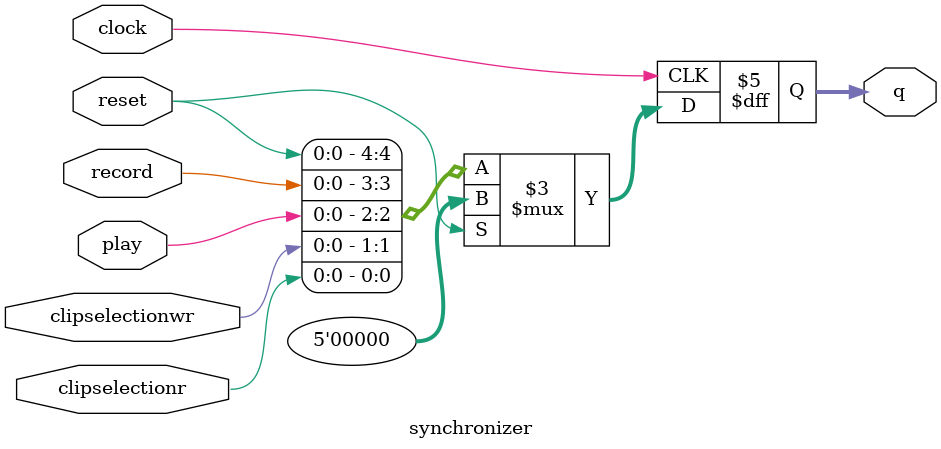
<source format=sv>
`timescale 1ns / 1ps


module synchronizer(
input clock,
//buttons
input logic reset,
input logic record,
input logic play,
//switches
input logic clipselectionwr,
input logic clipselectionr,
//output logic
output logic [4:0]q
);

always_ff@(posedge clock)
begin
if(reset)
    q  <= 5'b0;
else 
    q <= {reset,record,play,clipselectionwr,clipselectionr};
end

endmodule

</source>
